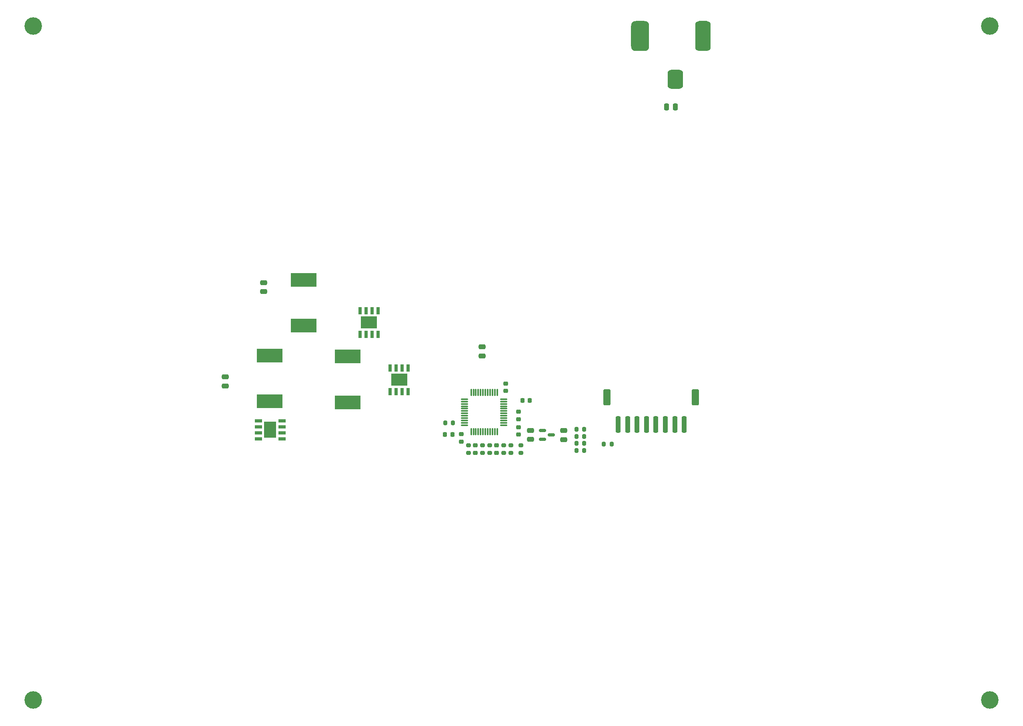
<source format=gbr>
%TF.GenerationSoftware,KiCad,Pcbnew,6.0.9-8da3e8f707~117~ubuntu22.04.1*%
%TF.CreationDate,2022-12-16T10:19:31-08:00*%
%TF.ProjectId,GaussSpeedway,47617573-7353-4706-9565-647761792e6b,rev?*%
%TF.SameCoordinates,Original*%
%TF.FileFunction,Soldermask,Bot*%
%TF.FilePolarity,Negative*%
%FSLAX46Y46*%
G04 Gerber Fmt 4.6, Leading zero omitted, Abs format (unit mm)*
G04 Created by KiCad (PCBNEW 6.0.9-8da3e8f707~117~ubuntu22.04.1) date 2022-12-16 10:19:31*
%MOMM*%
%LPD*%
G01*
G04 APERTURE LIST*
G04 Aperture macros list*
%AMRoundRect*
0 Rectangle with rounded corners*
0 $1 Rounding radius*
0 $2 $3 $4 $5 $6 $7 $8 $9 X,Y pos of 4 corners*
0 Add a 4 corners polygon primitive as box body*
4,1,4,$2,$3,$4,$5,$6,$7,$8,$9,$2,$3,0*
0 Add four circle primitives for the rounded corners*
1,1,$1+$1,$2,$3*
1,1,$1+$1,$4,$5*
1,1,$1+$1,$6,$7*
1,1,$1+$1,$8,$9*
0 Add four rect primitives between the rounded corners*
20,1,$1+$1,$2,$3,$4,$5,0*
20,1,$1+$1,$4,$5,$6,$7,0*
20,1,$1+$1,$6,$7,$8,$9,0*
20,1,$1+$1,$8,$9,$2,$3,0*%
G04 Aperture macros list end*
%ADD10C,3.700000*%
%ADD11RoundRect,0.250000X0.475000X-0.250000X0.475000X0.250000X-0.475000X0.250000X-0.475000X-0.250000X0*%
%ADD12RoundRect,0.200000X0.200000X0.275000X-0.200000X0.275000X-0.200000X-0.275000X0.200000X-0.275000X0*%
%ADD13RoundRect,0.075000X0.662500X0.075000X-0.662500X0.075000X-0.662500X-0.075000X0.662500X-0.075000X0*%
%ADD14RoundRect,0.075000X0.075000X0.662500X-0.075000X0.662500X-0.075000X-0.662500X0.075000X-0.662500X0*%
%ADD15R,0.802000X1.505000*%
%ADD16R,3.502000X2.613000*%
%ADD17RoundRect,0.200000X0.275000X-0.200000X0.275000X0.200000X-0.275000X0.200000X-0.275000X-0.200000X0*%
%ADD18RoundRect,0.225000X-0.250000X0.225000X-0.250000X-0.225000X0.250000X-0.225000X0.250000X0.225000X0*%
%ADD19RoundRect,0.250000X-0.250000X-1.500000X0.250000X-1.500000X0.250000X1.500000X-0.250000X1.500000X0*%
%ADD20RoundRect,0.250001X-0.499999X-1.449999X0.499999X-1.449999X0.499999X1.449999X-0.499999X1.449999X0*%
%ADD21RoundRect,0.225000X0.250000X-0.225000X0.250000X0.225000X-0.250000X0.225000X-0.250000X-0.225000X0*%
%ADD22R,5.400000X2.900000*%
%ADD23RoundRect,0.200000X-0.200000X-0.275000X0.200000X-0.275000X0.200000X0.275000X-0.200000X0.275000X0*%
%ADD24RoundRect,0.150000X-0.587500X-0.150000X0.587500X-0.150000X0.587500X0.150000X-0.587500X0.150000X0*%
%ADD25RoundRect,0.250000X0.250000X0.475000X-0.250000X0.475000X-0.250000X-0.475000X0.250000X-0.475000X0*%
%ADD26RoundRect,0.825000X-0.825000X-1.205000X0.825000X-1.205000X0.825000X1.205000X-0.825000X1.205000X0*%
%ADD27RoundRect,0.952500X-0.952500X-2.222500X0.952500X-2.222500X0.952500X2.222500X-0.952500X2.222500X0*%
%ADD28RoundRect,0.825000X-0.825000X-2.350000X0.825000X-2.350000X0.825000X2.350000X-0.825000X2.350000X0*%
%ADD29RoundRect,0.200000X-0.275000X0.200000X-0.275000X-0.200000X0.275000X-0.200000X0.275000X0.200000X0*%
%ADD30R,1.505000X0.802000*%
%ADD31R,2.613000X3.502000*%
%ADD32RoundRect,0.225000X0.225000X0.250000X-0.225000X0.250000X-0.225000X-0.250000X0.225000X-0.250000X0*%
%ADD33RoundRect,0.250000X-0.475000X0.250000X-0.475000X-0.250000X0.475000X-0.250000X0.475000X0.250000X0*%
G04 APERTURE END LIST*
D10*
%TO.C,H4*%
X97500000Y-204500000D03*
%TD*%
%TO.C,H2*%
X300000000Y-204500000D03*
%TD*%
%TO.C,H1*%
X97500000Y-62000000D03*
%TD*%
%TO.C,H3*%
X300000000Y-62000000D03*
%TD*%
D11*
%TO.C,C10*%
X138130000Y-138100000D03*
X138130000Y-136200000D03*
%TD*%
D12*
%TO.C,R8*%
X214125000Y-147250000D03*
X212475000Y-147250000D03*
%TD*%
D13*
%TO.C,U1*%
X197112500Y-140900000D03*
X197112500Y-141400000D03*
X197112500Y-141900000D03*
X197112500Y-142400000D03*
X197112500Y-142900000D03*
X197112500Y-143400000D03*
X197112500Y-143900000D03*
X197112500Y-144400000D03*
X197112500Y-144900000D03*
X197112500Y-145400000D03*
X197112500Y-145900000D03*
X197112500Y-146400000D03*
D14*
X195700000Y-147812500D03*
X195200000Y-147812500D03*
X194700000Y-147812500D03*
X194200000Y-147812500D03*
X193700000Y-147812500D03*
X193200000Y-147812500D03*
X192700000Y-147812500D03*
X192200000Y-147812500D03*
X191700000Y-147812500D03*
X191200000Y-147812500D03*
X190700000Y-147812500D03*
X190200000Y-147812500D03*
D13*
X188787500Y-146400000D03*
X188787500Y-145900000D03*
X188787500Y-145400000D03*
X188787500Y-144900000D03*
X188787500Y-144400000D03*
X188787500Y-143900000D03*
X188787500Y-143400000D03*
X188787500Y-142900000D03*
X188787500Y-142400000D03*
X188787500Y-141900000D03*
X188787500Y-141400000D03*
X188787500Y-140900000D03*
D14*
X190200000Y-139487500D03*
X190700000Y-139487500D03*
X191200000Y-139487500D03*
X191700000Y-139487500D03*
X192200000Y-139487500D03*
X192700000Y-139487500D03*
X193200000Y-139487500D03*
X193700000Y-139487500D03*
X194200000Y-139487500D03*
X194700000Y-139487500D03*
X195200000Y-139487500D03*
X195700000Y-139487500D03*
%TD*%
D15*
%TO.C,U5*%
X173045000Y-134302500D03*
X174315000Y-134302500D03*
X175585000Y-134302500D03*
X176855000Y-134302500D03*
X176855000Y-139297500D03*
X175585000Y-139297500D03*
X174315000Y-139297500D03*
X173045000Y-139297500D03*
D16*
X174950000Y-136800000D03*
%TD*%
D17*
%TO.C,R3*%
X189600000Y-152275000D03*
X189600000Y-150625000D03*
%TD*%
D18*
%TO.C,C4*%
X200250000Y-143575000D03*
X200250000Y-145125000D03*
%TD*%
D19*
%TO.C,J2*%
X221300000Y-146250000D03*
X223300000Y-146250000D03*
X225300000Y-146250000D03*
X227300000Y-146250000D03*
X229300000Y-146250000D03*
X231300000Y-146250000D03*
X233300000Y-146250000D03*
X235300000Y-146250000D03*
D20*
X218950000Y-140500000D03*
X237650000Y-140500000D03*
%TD*%
D21*
%TO.C,C7*%
X188100000Y-149875000D03*
X188100000Y-148325000D03*
%TD*%
D22*
%TO.C,L1*%
X164070000Y-141600000D03*
X164070000Y-131900000D03*
%TD*%
D23*
%TO.C,R9*%
X212475000Y-148750000D03*
X214125000Y-148750000D03*
%TD*%
D24*
%TO.C,U2*%
X205262500Y-149425000D03*
X205262500Y-147525000D03*
X207137500Y-148475000D03*
%TD*%
D18*
%TO.C,C5*%
X197550000Y-137625000D03*
X197550000Y-139175000D03*
%TD*%
D25*
%TO.C,C3*%
X233410000Y-79130000D03*
X231510000Y-79130000D03*
%TD*%
D26*
%TO.C,J1*%
X233427500Y-73250000D03*
D27*
X225977500Y-64110000D03*
D28*
X239277500Y-64110000D03*
%TD*%
D29*
%TO.C,R4*%
X200700000Y-150625000D03*
X200700000Y-152275000D03*
%TD*%
D17*
%TO.C,R2*%
X192600000Y-152275000D03*
X192600000Y-150625000D03*
%TD*%
D30*
%TO.C,U3*%
X150147500Y-145475000D03*
X150147500Y-146745000D03*
X150147500Y-148015000D03*
X150147500Y-149285000D03*
X145152500Y-149285000D03*
X145152500Y-148015000D03*
X145152500Y-146745000D03*
X145152500Y-145475000D03*
D31*
X147650000Y-147380000D03*
%TD*%
D32*
%TO.C,C14*%
X186225000Y-148350000D03*
X184675000Y-148350000D03*
%TD*%
D15*
%TO.C,U4*%
X166665000Y-122202500D03*
X167935000Y-122202500D03*
X169205000Y-122202500D03*
X170475000Y-122202500D03*
X170475000Y-127197500D03*
X169205000Y-127197500D03*
X167935000Y-127197500D03*
X166665000Y-127197500D03*
D16*
X168570000Y-124700000D03*
%TD*%
D18*
%TO.C,C11*%
X200250000Y-146825000D03*
X200250000Y-148375000D03*
%TD*%
%TO.C,C12*%
X195600000Y-150675000D03*
X195600000Y-152225000D03*
%TD*%
D22*
%TO.C,L2*%
X147545000Y-141370000D03*
X147545000Y-131670000D03*
%TD*%
D11*
%TO.C,C2*%
X209750000Y-149450000D03*
X209750000Y-147550000D03*
%TD*%
D29*
%TO.C,R6*%
X198600000Y-150625000D03*
X198600000Y-152275000D03*
%TD*%
%TO.C,R7*%
X197100000Y-150625000D03*
X197100000Y-152275000D03*
%TD*%
D18*
%TO.C,C13*%
X191100000Y-150675000D03*
X191100000Y-152225000D03*
%TD*%
D17*
%TO.C,R1*%
X194100000Y-152275000D03*
X194100000Y-150625000D03*
%TD*%
D32*
%TO.C,C1*%
X202625000Y-141200000D03*
X201075000Y-141200000D03*
%TD*%
D11*
%TO.C,C9*%
X146250000Y-118150000D03*
X146250000Y-116250000D03*
%TD*%
%TO.C,C8*%
X192530000Y-131740000D03*
X192530000Y-129840000D03*
%TD*%
D12*
%TO.C,R10*%
X214125000Y-150250000D03*
X212475000Y-150250000D03*
%TD*%
D23*
%TO.C,R11*%
X212475000Y-151750000D03*
X214125000Y-151750000D03*
%TD*%
D22*
%TO.C,L3*%
X154730000Y-125380000D03*
X154730000Y-115680000D03*
%TD*%
D12*
%TO.C,R12*%
X219925000Y-150400000D03*
X218275000Y-150400000D03*
%TD*%
D33*
%TO.C,C6*%
X202725000Y-147500000D03*
X202725000Y-149400000D03*
%TD*%
D12*
%TO.C,R5*%
X186375000Y-145900000D03*
X184725000Y-145900000D03*
%TD*%
M02*

</source>
